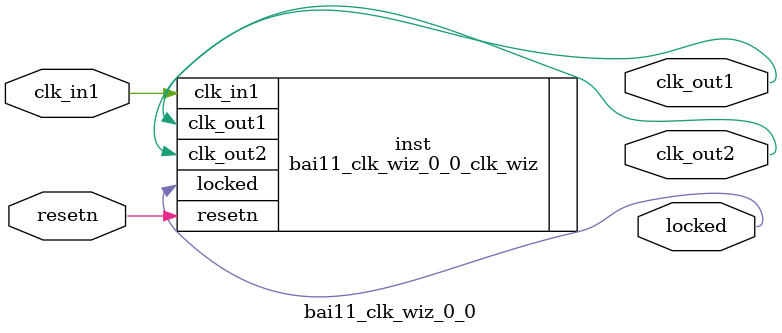
<source format=v>


`timescale 1ps/1ps

(* CORE_GENERATION_INFO = "bai11_clk_wiz_0_0,clk_wiz_v6_0_11_0_0,{component_name=bai11_clk_wiz_0_0,use_phase_alignment=true,use_min_o_jitter=false,use_max_i_jitter=false,use_dyn_phase_shift=false,use_inclk_switchover=false,use_dyn_reconfig=false,enable_axi=0,feedback_source=FDBK_AUTO,PRIMITIVE=MMCM,num_out_clk=2,clkin1_period=10.000,clkin2_period=10.000,use_power_down=false,use_reset=true,use_locked=true,use_inclk_stopped=false,feedback_type=SINGLE,CLOCK_MGR_TYPE=NA,manual_override=false}" *)

module bai11_clk_wiz_0_0 
 (
  // Clock out ports
  output        clk_out1,
  output        clk_out2,
  // Status and control signals
  input         resetn,
  output        locked,
 // Clock in ports
  input         clk_in1
 );

  bai11_clk_wiz_0_0_clk_wiz inst
  (
  // Clock out ports  
  .clk_out1(clk_out1),
  .clk_out2(clk_out2),
  // Status and control signals               
  .resetn(resetn), 
  .locked(locked),
 // Clock in ports
  .clk_in1(clk_in1)
  );

endmodule

</source>
